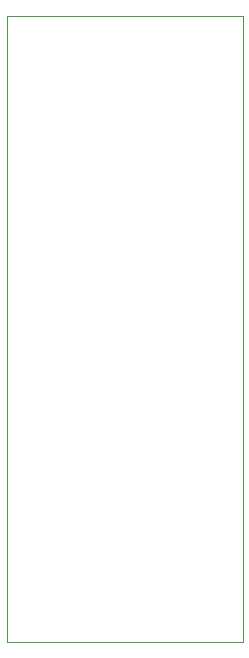
<source format=gm1>
G04 #@! TF.GenerationSoftware,KiCad,Pcbnew,8.0.4*
G04 #@! TF.CreationDate,2024-10-13T11:01:47+03:00*
G04 #@! TF.ProjectId,stm32f0_nucleo,73746d33-3266-4305-9f6e-75636c656f2e,rev?*
G04 #@! TF.SameCoordinates,Original*
G04 #@! TF.FileFunction,Profile,NP*
%FSLAX46Y46*%
G04 Gerber Fmt 4.6, Leading zero omitted, Abs format (unit mm)*
G04 Created by KiCad (PCBNEW 8.0.4) date 2024-10-13 11:01:47*
%MOMM*%
%LPD*%
G01*
G04 APERTURE LIST*
G04 #@! TA.AperFunction,Profile*
%ADD10C,0.100000*%
G04 #@! TD*
G04 APERTURE END LIST*
D10*
X137500000Y-57500000D02*
X157500000Y-57500000D01*
X157500000Y-110500000D01*
X137500000Y-110500000D01*
X137500000Y-57500000D01*
M02*

</source>
